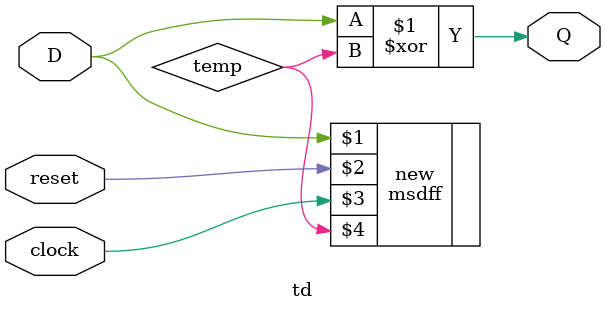
<source format=v>
`timescale 1ns/1ns

module td (input clock,input D,input reset,output Q);
    wire temp;
    msdff new(D,reset,clock,temp);
    assign Q = D ^ temp;
    
endmodule
</source>
